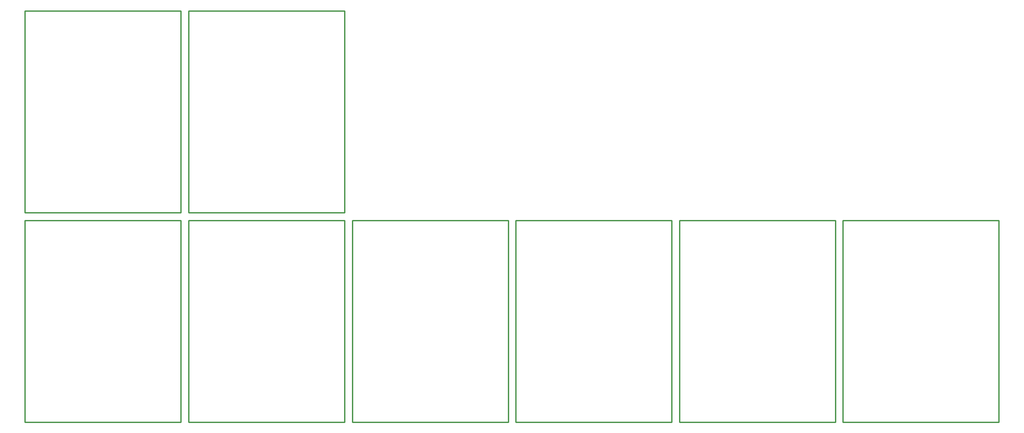
<source format=gko>
G04 Layer_Color=16711935*
%FSLAX44Y44*%
%MOMM*%
G71*
G01*
G75*
%ADD43C,0.2540*%
D43*
X300000Y300000D02*
X603000D01*
Y693000D01*
X300000D01*
Y300000D01*
X618000D02*
X921000D01*
Y693000D01*
X618000D01*
Y300000D01*
X936000D02*
X1239000D01*
Y693000D01*
X936000D01*
Y300000D01*
X1254000D02*
X1557000D01*
Y693000D01*
X1254000D01*
Y300000D01*
X1572000D02*
X1875000D01*
Y693000D01*
X1572000D01*
Y300000D01*
X1890000D02*
X2193000D01*
Y693000D01*
X1890000D01*
Y300000D01*
X921000Y1101000D02*
Y708000D01*
X618000D01*
Y1101000D01*
X921000D01*
X603000D02*
Y708000D01*
X300000D01*
Y1101000D01*
X603000D01*
M02*

</source>
